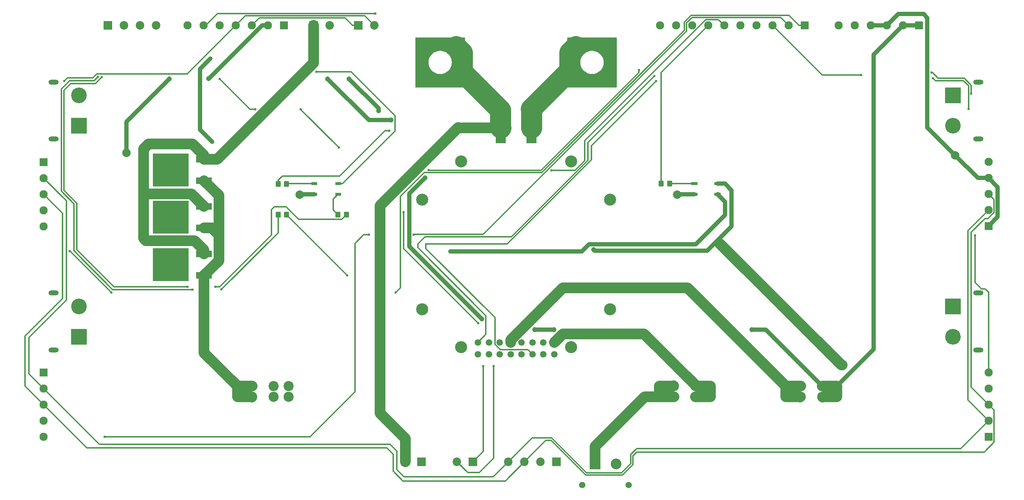
<source format=gtl>
G04 #@! TF.GenerationSoftware,KiCad,Pcbnew,8.0.4*
G04 #@! TF.CreationDate,2025-02-19T19:20:14+01:00*
G04 #@! TF.ProjectId,Quiver_PDB_01,51756976-6572-45f5-9044-425f30312e6b,rev?*
G04 #@! TF.SameCoordinates,Original*
G04 #@! TF.FileFunction,Copper,L1,Top*
G04 #@! TF.FilePolarity,Positive*
%FSLAX46Y46*%
G04 Gerber Fmt 4.6, Leading zero omitted, Abs format (unit mm)*
G04 Created by KiCad (PCBNEW 8.0.4) date 2025-02-19 19:20:14*
%MOMM*%
%LPD*%
G01*
G04 APERTURE LIST*
G04 Aperture macros list*
%AMRoundRect*
0 Rectangle with rounded corners*
0 $1 Rounding radius*
0 $2 $3 $4 $5 $6 $7 $8 $9 X,Y pos of 4 corners*
0 Add a 4 corners polygon primitive as box body*
4,1,4,$2,$3,$4,$5,$6,$7,$8,$9,$2,$3,0*
0 Add four circle primitives for the rounded corners*
1,1,$1+$1,$2,$3*
1,1,$1+$1,$4,$5*
1,1,$1+$1,$6,$7*
1,1,$1+$1,$8,$9*
0 Add four rect primitives between the rounded corners*
20,1,$1+$1,$2,$3,$4,$5,0*
20,1,$1+$1,$4,$5,$6,$7,0*
20,1,$1+$1,$6,$7,$8,$9,0*
20,1,$1+$1,$8,$9,$2,$3,0*%
G04 Aperture macros list end*
G04 #@! TA.AperFunction,SMDPad,CuDef*
%ADD10RoundRect,0.250000X0.350000X0.450000X-0.350000X0.450000X-0.350000X-0.450000X0.350000X-0.450000X0*%
G04 #@! TD*
G04 #@! TA.AperFunction,ComponentPad*
%ADD11C,2.400000*%
G04 #@! TD*
G04 #@! TA.AperFunction,ComponentPad*
%ADD12C,2.850000*%
G04 #@! TD*
G04 #@! TA.AperFunction,ComponentPad*
%ADD13R,2.400000X2.400000*%
G04 #@! TD*
G04 #@! TA.AperFunction,ComponentPad*
%ADD14C,1.550000*%
G04 #@! TD*
G04 #@! TA.AperFunction,SMDPad,CuDef*
%ADD15RoundRect,0.250000X-0.350000X-0.450000X0.350000X-0.450000X0.350000X0.450000X-0.350000X0.450000X0*%
G04 #@! TD*
G04 #@! TA.AperFunction,ComponentPad*
%ADD16R,1.950000X1.950000*%
G04 #@! TD*
G04 #@! TA.AperFunction,ComponentPad*
%ADD17C,1.950000*%
G04 #@! TD*
G04 #@! TA.AperFunction,ComponentPad*
%ADD18R,2.025000X2.025000*%
G04 #@! TD*
G04 #@! TA.AperFunction,ComponentPad*
%ADD19C,2.025000*%
G04 #@! TD*
G04 #@! TA.AperFunction,ComponentPad*
%ADD20C,2.300000*%
G04 #@! TD*
G04 #@! TA.AperFunction,SMDPad,CuDef*
%ADD21R,3.810000X1.620000*%
G04 #@! TD*
G04 #@! TA.AperFunction,SMDPad,CuDef*
%ADD22R,8.510000X7.870000*%
G04 #@! TD*
G04 #@! TA.AperFunction,ComponentPad*
%ADD23C,2.550000*%
G04 #@! TD*
G04 #@! TA.AperFunction,ComponentPad*
%ADD24R,2.550000X2.550000*%
G04 #@! TD*
G04 #@! TA.AperFunction,ComponentPad*
%ADD25C,1.508000*%
G04 #@! TD*
G04 #@! TA.AperFunction,SMDPad,CuDef*
%ADD26R,1.350000X0.650000*%
G04 #@! TD*
G04 #@! TA.AperFunction,SMDPad,CuDef*
%ADD27R,1.500000X0.650000*%
G04 #@! TD*
G04 #@! TA.AperFunction,ComponentPad*
%ADD28R,3.716000X3.716000*%
G04 #@! TD*
G04 #@! TA.AperFunction,ComponentPad*
%ADD29C,3.716000*%
G04 #@! TD*
G04 #@! TA.AperFunction,ComponentPad*
%ADD30O,2.400000X1.200000*%
G04 #@! TD*
G04 #@! TA.AperFunction,ViaPad*
%ADD31C,0.600000*%
G04 #@! TD*
G04 #@! TA.AperFunction,ViaPad*
%ADD32C,1.200000*%
G04 #@! TD*
G04 #@! TA.AperFunction,ViaPad*
%ADD33C,2.000000*%
G04 #@! TD*
G04 #@! TA.AperFunction,Conductor*
%ADD34C,1.000000*%
G04 #@! TD*
G04 #@! TA.AperFunction,Conductor*
%ADD35C,0.300000*%
G04 #@! TD*
G04 #@! TA.AperFunction,Conductor*
%ADD36C,2.500000*%
G04 #@! TD*
G04 #@! TA.AperFunction,Conductor*
%ADD37C,5.000000*%
G04 #@! TD*
G04 APERTURE END LIST*
D10*
X95600000Y-75800000D03*
X93600000Y-75800000D03*
D11*
X183960000Y-123750000D03*
X183960000Y-126250000D03*
X187460000Y-123750000D03*
X187460000Y-126250000D03*
X192540000Y-123750000D03*
X192540000Y-126250000D03*
X196040000Y-123750000D03*
X196040000Y-126250000D03*
D12*
X137012882Y-70500000D03*
X127762882Y-79500000D03*
X127762882Y-105500000D03*
X137012882Y-114500000D03*
X172262882Y-79500000D03*
X163012882Y-70500000D03*
X163012882Y-114500000D03*
X172262882Y-105500000D03*
D13*
X153612882Y-65000000D03*
X153612882Y-62500000D03*
X146412882Y-65000000D03*
X146412882Y-62500000D03*
D14*
X140962882Y-113350000D03*
X140962882Y-116200000D03*
X143546215Y-113350000D03*
X143546215Y-116200000D03*
X146129549Y-113350000D03*
X146129549Y-116200000D03*
X148712882Y-113350000D03*
X148712882Y-116200000D03*
X151312882Y-113350000D03*
X151312882Y-116200000D03*
X153896215Y-113350000D03*
X153896215Y-116200000D03*
X156479549Y-113350000D03*
X156479549Y-116200000D03*
X159062882Y-113350000D03*
X159062882Y-116200000D03*
D11*
X226040000Y-126250000D03*
X226040000Y-123750000D03*
X222540000Y-126250000D03*
X222540000Y-123750000D03*
X217460000Y-126250000D03*
X217460000Y-123750000D03*
X213960000Y-126250000D03*
X213960000Y-123750000D03*
D10*
X109800000Y-83100000D03*
X107800000Y-83100000D03*
D15*
X184400000Y-75700000D03*
X186400000Y-75700000D03*
D16*
X262000000Y-85800000D03*
D17*
X262000000Y-81990000D03*
X262000000Y-78180000D03*
X262000000Y-74370000D03*
X262000000Y-70560000D03*
D16*
X245550000Y-38200000D03*
D17*
X241740000Y-38200000D03*
X237930000Y-38200000D03*
X234120000Y-38200000D03*
X230310000Y-38200000D03*
X226500000Y-38200000D03*
D18*
X112600000Y-38200000D03*
D19*
X116410000Y-38200000D03*
D16*
X262000000Y-135700000D03*
D17*
X262000000Y-131890000D03*
X262000000Y-128080000D03*
X262000000Y-124270000D03*
X262000000Y-120460000D03*
D15*
X93600000Y-83100000D03*
X95600000Y-83100000D03*
D20*
X128190000Y-50810000D03*
X130730000Y-50810000D03*
X133270000Y-50810000D03*
X135810000Y-50810000D03*
X135810000Y-48270000D03*
X135810000Y-45730000D03*
X135810000Y-43190000D03*
X133270000Y-43190000D03*
X130730000Y-43190000D03*
X128190000Y-43190000D03*
X128190000Y-45730000D03*
X128190000Y-48270000D03*
X164190000Y-50810000D03*
X166730000Y-50810000D03*
X169270000Y-50810000D03*
X171810000Y-50810000D03*
X171810000Y-48270000D03*
X171810000Y-45730000D03*
X171810000Y-43190000D03*
X169270000Y-43190000D03*
X166730000Y-43190000D03*
X164190000Y-43190000D03*
X164190000Y-45730000D03*
X164190000Y-48270000D03*
D18*
X53200000Y-38200000D03*
D19*
X57010000Y-38200000D03*
X60820000Y-38200000D03*
X64630000Y-38200000D03*
D21*
X76045000Y-97470000D03*
X76045000Y-92390000D03*
D22*
X68105000Y-94930000D03*
D23*
X173700000Y-142150000D03*
D24*
X168700000Y-142150000D03*
D25*
X165700000Y-147150000D03*
X176700000Y-147150000D03*
D11*
X96040000Y-126250000D03*
X96040000Y-123750000D03*
X92540000Y-126250000D03*
X92540000Y-123750000D03*
X87460000Y-126250000D03*
X87460000Y-123750000D03*
X83960000Y-126250000D03*
X83960000Y-123750000D03*
D18*
X139800000Y-141650000D03*
D19*
X135990000Y-141650000D03*
D21*
X76045000Y-86240000D03*
X76045000Y-81160000D03*
D22*
X68105000Y-83700000D03*
D16*
X38000000Y-120500000D03*
D17*
X38000000Y-124310000D03*
X38000000Y-128120000D03*
X38000000Y-131930000D03*
X38000000Y-135740000D03*
D18*
X159600000Y-141650000D03*
D19*
X155790000Y-141650000D03*
X151980000Y-141650000D03*
X148170000Y-141650000D03*
D16*
X95000000Y-38200000D03*
D17*
X91190000Y-38200000D03*
X87380000Y-38200000D03*
X83570000Y-38200000D03*
X79760000Y-38200000D03*
X75950000Y-38200000D03*
X72140000Y-38200000D03*
D18*
X102000000Y-38200000D03*
D19*
X105810000Y-38200000D03*
D16*
X218400000Y-38200000D03*
D17*
X214590000Y-38200000D03*
X210780000Y-38200000D03*
X206970000Y-38200000D03*
X203160000Y-38200000D03*
X199350000Y-38200000D03*
X195540000Y-38200000D03*
X191730000Y-38200000D03*
X187920000Y-38200000D03*
X184110000Y-38200000D03*
D26*
X102175000Y-75730000D03*
X102175000Y-78270000D03*
X107825000Y-78270000D03*
X107825000Y-75730000D03*
D27*
X192250000Y-75730000D03*
X192250000Y-78270000D03*
X197750000Y-78270000D03*
X197750000Y-75730000D03*
D18*
X127600000Y-141650000D03*
D19*
X123790000Y-141650000D03*
D21*
X76045000Y-75010000D03*
X76045000Y-69930000D03*
D22*
X68105000Y-72470000D03*
D16*
X38000000Y-70600000D03*
D17*
X38000000Y-74410000D03*
X38000000Y-78220000D03*
X38000000Y-82030000D03*
X38000000Y-85840000D03*
D28*
X46400000Y-62000000D03*
D29*
X46400000Y-54800000D03*
D30*
X40400000Y-65150000D03*
X40400000Y-51650000D03*
D28*
X253600000Y-54800000D03*
D29*
X253600000Y-62000000D03*
D30*
X259600000Y-51650000D03*
X259600000Y-65150000D03*
D28*
X253600000Y-104800000D03*
D29*
X253600000Y-112000000D03*
D30*
X259600000Y-101650000D03*
X259600000Y-115150000D03*
D28*
X46400000Y-112000000D03*
D29*
X46400000Y-104800000D03*
D30*
X40400000Y-115150000D03*
X40400000Y-101650000D03*
D31*
X134400000Y-91800000D03*
X77500000Y-46100000D03*
X78000000Y-65800000D03*
D32*
X77100000Y-50800000D03*
D33*
X98700000Y-78300000D03*
X254100000Y-69000000D03*
D32*
X67800000Y-50900000D03*
D33*
X57600000Y-68400000D03*
X188200000Y-78300000D03*
D31*
X110000000Y-97500000D03*
X142200000Y-119000000D03*
D32*
X154400000Y-110300000D03*
X117382400Y-58474700D03*
X141900000Y-107800000D03*
X128402504Y-74341000D03*
X159000000Y-110300000D03*
X205854900Y-110369800D03*
X110418600Y-50885700D03*
X227300000Y-118750000D03*
X120347800Y-60680100D03*
X105299900Y-50885700D03*
X168391200Y-91393300D03*
D31*
X79699100Y-50913400D03*
X108000000Y-67200000D03*
X144700000Y-119000000D03*
X123300000Y-82500000D03*
X141000000Y-108800000D03*
X88211500Y-58120600D03*
X99000000Y-58120600D03*
X183200000Y-51400000D03*
X257900400Y-54388400D03*
X248500000Y-49400000D03*
X54100000Y-101500000D03*
X121500000Y-101500000D03*
X44200000Y-91700000D03*
X42897800Y-51400100D03*
X257250400Y-58000000D03*
X248840380Y-50700000D03*
X115100000Y-87800000D03*
X52500000Y-135700000D03*
X125700000Y-87800000D03*
X231800000Y-50000000D03*
X258800000Y-88000000D03*
X102644700Y-49223200D03*
X51800000Y-50500000D03*
X72100000Y-100200000D03*
X78700000Y-100200000D03*
X73300000Y-100850000D03*
X50900000Y-50400000D03*
X80200000Y-100800000D03*
X179169600Y-48797300D03*
X119921000Y-63148000D03*
X129227900Y-72454900D03*
X182800000Y-50200000D03*
X158391400Y-72575200D03*
X116657400Y-35432200D03*
D34*
X199500000Y-80020000D02*
X197750000Y-78270000D01*
X197750000Y-78270000D02*
X197970000Y-78270000D01*
X192606700Y-90093300D02*
X199500000Y-83200000D01*
X165600000Y-91800000D02*
X167306700Y-90093300D01*
X199500000Y-83200000D02*
X199500000Y-80020000D01*
X167306700Y-90093300D02*
X192606700Y-90093300D01*
X134400000Y-91800000D02*
X165600000Y-91800000D01*
X75100000Y-48500000D02*
X77500000Y-46100000D01*
X75100000Y-62900000D02*
X75100000Y-48500000D01*
X78000000Y-65800000D02*
X75100000Y-62900000D01*
D35*
X186430000Y-75730000D02*
X186400000Y-75700000D01*
X192250000Y-75730000D02*
X186430000Y-75730000D01*
D34*
X246600000Y-35500000D02*
X247500000Y-36400000D01*
X77211142Y-50800000D02*
X77100000Y-50800000D01*
X98730000Y-78270000D02*
X98700000Y-78300000D01*
X237930000Y-38200000D02*
X240630000Y-35500000D01*
X188230000Y-78270000D02*
X188200000Y-78300000D01*
X234120000Y-38200000D02*
X237930000Y-38200000D01*
X264175000Y-76545000D02*
X264175000Y-83625000D01*
X259470000Y-74370000D02*
X262000000Y-74370000D01*
X57600000Y-61100000D02*
X57600000Y-68400000D01*
X247500000Y-36400000D02*
X247500000Y-62400000D01*
X240630000Y-35500000D02*
X246600000Y-35500000D01*
X67800000Y-50900000D02*
X57600000Y-61100000D01*
X102175000Y-78270000D02*
X98730000Y-78270000D01*
X262000000Y-74370000D02*
X264175000Y-76545000D01*
X247500000Y-62400000D02*
X254100000Y-69000000D01*
X254100000Y-69000000D02*
X259470000Y-74370000D01*
X91190000Y-38200000D02*
X89811142Y-38200000D01*
X89811142Y-38200000D02*
X77211142Y-50800000D01*
X192250000Y-78270000D02*
X188230000Y-78270000D01*
X264175000Y-83625000D02*
X262000000Y-85800000D01*
D35*
X142200000Y-119000000D02*
X142200000Y-139250000D01*
X95600000Y-83100000D02*
X110000000Y-97500000D01*
X142200000Y-139250000D02*
X139800000Y-141650000D01*
D36*
X226040000Y-126250000D02*
X224415000Y-126250000D01*
D34*
X110418600Y-50885700D02*
X117382300Y-57849400D01*
X117382300Y-57849400D02*
X117382300Y-58474700D01*
X234800000Y-45140000D02*
X234800000Y-114990000D01*
D36*
X226040000Y-123750000D02*
X222540000Y-123750000D01*
D34*
X241740000Y-38200000D02*
X234800000Y-45140000D01*
X124700000Y-90600000D02*
X124700000Y-78043504D01*
D36*
X226040000Y-123750000D02*
X226040000Y-126250000D01*
D34*
X141900000Y-107800000D02*
X124700000Y-90600000D01*
X117382300Y-58474700D02*
X117382400Y-58474700D01*
D36*
X222790000Y-126250000D02*
X222665000Y-126375000D01*
D34*
X241740000Y-38200000D02*
X245550000Y-38200000D01*
X154400000Y-110300000D02*
X159000000Y-110300000D01*
D36*
X224415000Y-126250000D02*
X222790000Y-126250000D01*
D34*
X124700000Y-78043504D02*
X128402504Y-74341000D01*
X234800000Y-114990000D02*
X226040000Y-123750000D01*
X222540000Y-123750000D02*
X209159800Y-110369800D01*
X209159800Y-110369800D02*
X205854900Y-110369800D01*
X224415000Y-126250000D02*
X222540000Y-126250000D01*
X168391200Y-91393300D02*
X168657900Y-91660000D01*
X168657900Y-91660000D02*
X195340000Y-91660000D01*
X199530000Y-75730000D02*
X197750000Y-75730000D01*
D36*
X183960000Y-123750000D02*
X185585000Y-123750000D01*
D34*
X115094300Y-60680100D02*
X105299900Y-50885700D01*
D36*
X183960000Y-126250000D02*
X180450000Y-126250000D01*
D34*
X185585000Y-123750000D02*
X187460000Y-123750000D01*
D36*
X168700000Y-138000000D02*
X168700000Y-142150000D01*
D34*
X201100000Y-77300000D02*
X199530000Y-75730000D01*
X195340000Y-91660000D02*
X201100000Y-85900000D01*
D36*
X227150000Y-118750000D02*
X198300000Y-89900000D01*
X185585000Y-123750000D02*
X187210000Y-123750000D01*
X183960000Y-126250000D02*
X187460000Y-126250000D01*
D34*
X120347800Y-60680100D02*
X115094300Y-60680100D01*
D36*
X183960000Y-123750000D02*
X183960000Y-126250000D01*
D34*
X201100000Y-85900000D02*
X201100000Y-77300000D01*
D36*
X187210000Y-123750000D02*
X187335000Y-123625000D01*
X180450000Y-126250000D02*
X168700000Y-138000000D01*
X227300000Y-118750000D02*
X227150000Y-118750000D01*
D37*
X162750000Y-48850000D02*
X153600000Y-58000000D01*
X164190000Y-43190000D02*
X162750000Y-44630000D01*
X153600000Y-58000000D02*
X153613000Y-58012900D01*
X153613000Y-58012900D02*
X153613000Y-62500000D01*
X162750000Y-44630000D02*
X162750000Y-48850000D01*
D35*
X138540000Y-144200000D02*
X135990000Y-141650000D01*
X144700000Y-119000000D02*
X144700000Y-140800000D01*
X108000000Y-67200000D02*
X99000000Y-58200000D01*
X123300000Y-91100000D02*
X123300000Y-82500000D01*
X141300000Y-144200000D02*
X138540000Y-144200000D01*
X88211500Y-58120600D02*
X86906300Y-58120600D01*
X141000000Y-108800000D02*
X123300000Y-91100000D01*
X144700000Y-140800000D02*
X141300000Y-144200000D01*
X86906300Y-58120600D02*
X79699100Y-50913400D01*
X99000000Y-58200000D02*
X99000000Y-58120600D01*
D36*
X123790000Y-141650000D02*
X123790000Y-136190000D01*
X136300000Y-62400000D02*
X136400000Y-62500000D01*
D37*
X146300000Y-58300000D02*
X146300000Y-62387100D01*
X135810000Y-43190000D02*
X137250000Y-44630000D01*
D36*
X123790000Y-136190000D02*
X117750000Y-130150000D01*
X117750000Y-80950000D02*
X136300000Y-62400000D01*
X136400000Y-62500000D02*
X146412900Y-62500000D01*
X146412900Y-62500000D02*
X146413000Y-62500000D01*
D37*
X137250000Y-49250000D02*
X146300000Y-58300000D01*
X137250000Y-44630000D02*
X137250000Y-49250000D01*
X146300000Y-62387100D02*
X146413000Y-62500000D01*
D36*
X117750000Y-130150000D02*
X117750000Y-80950000D01*
D35*
X147933714Y-90000000D02*
X167900000Y-70033714D01*
X128600000Y-90000000D02*
X147933714Y-90000000D01*
X152771000Y-115074800D02*
X153896200Y-116200000D01*
X128600000Y-91100000D02*
X128600000Y-90000000D01*
X146254600Y-115074800D02*
X152771000Y-115074800D01*
X145004300Y-107504300D02*
X128600000Y-91100000D01*
X167900000Y-66700000D02*
X183200000Y-51400000D01*
X145004300Y-111675300D02*
X145004300Y-107504300D01*
X167900000Y-70033714D02*
X167900000Y-66700000D01*
X145004300Y-113824500D02*
X146254600Y-115074800D01*
X145004300Y-111675300D02*
X145004300Y-113824500D01*
X178616015Y-139348985D02*
X177704000Y-140261000D01*
X87380000Y-38200000D02*
X89134300Y-36445700D01*
X157030000Y-136600000D02*
X151980000Y-141650000D01*
X109483100Y-36445700D02*
X111237400Y-38200000D01*
X48280000Y-138400000D02*
X119400000Y-138400000D01*
X263325000Y-129405000D02*
X263325000Y-137000000D01*
X120900000Y-143900000D02*
X123200000Y-146200000D01*
X120900000Y-139900000D02*
X120900000Y-143900000D01*
X262000000Y-128080000D02*
X263325000Y-129405000D01*
X248700000Y-49400000D02*
X248500000Y-49400000D01*
X38000000Y-78220000D02*
X42500000Y-82720000D01*
X261150000Y-84000000D02*
X257900000Y-87250000D01*
X177704000Y-142304000D02*
X175207000Y-144800000D01*
X89134300Y-36445700D02*
X109483100Y-36445700D01*
X112600000Y-38200000D02*
X111237400Y-38200000D01*
X250275981Y-50744000D02*
X250044000Y-50744000D01*
X123200000Y-146200000D02*
X147430000Y-146200000D01*
X263325000Y-137000000D02*
X260976015Y-139348985D01*
X38000000Y-128120000D02*
X48280000Y-138400000D01*
X260976015Y-139348985D02*
X178616015Y-139348985D01*
X257900400Y-52400400D02*
X257900400Y-54388400D01*
X42500000Y-103000000D02*
X33600000Y-111900000D01*
X166493000Y-144800000D02*
X158293000Y-136600000D01*
X42500000Y-82720000D02*
X42500000Y-103000000D01*
X158293000Y-136600000D02*
X157030000Y-136600000D01*
X250275981Y-50744000D02*
X256244000Y-50744000D01*
X177704000Y-140261000D02*
X177704000Y-142304000D01*
X262000000Y-78180000D02*
X263325000Y-79505000D01*
X33600000Y-111900000D02*
X33600000Y-123720000D01*
X250044000Y-50744000D02*
X248700000Y-49400000D01*
X263325000Y-82538800D02*
X261864000Y-84000000D01*
X33600000Y-123720000D02*
X38000000Y-128120000D01*
X119400000Y-138400000D02*
X120900000Y-139900000D01*
X147430000Y-146200000D02*
X151980000Y-141650000D01*
X175207000Y-144800000D02*
X166493000Y-144800000D01*
X257900000Y-87250000D02*
X257900000Y-123980000D01*
X256244000Y-50744000D02*
X257900400Y-52400400D01*
X263325000Y-79505000D02*
X263325000Y-82538800D01*
X261864000Y-84000000D02*
X261150000Y-84000000D01*
X257900000Y-123980000D02*
X262000000Y-128080000D01*
X189904800Y-37444100D02*
X189904800Y-39349100D01*
X217074900Y-38200000D02*
X214699000Y-35824100D01*
X191524800Y-35824100D02*
X189904800Y-37444100D01*
X122600000Y-78800000D02*
X122600000Y-99000000D01*
X54100000Y-101500000D02*
X44300000Y-91700000D01*
X156145300Y-73108600D02*
X128942100Y-73108600D01*
X218400000Y-38200000D02*
X217074900Y-38200000D01*
X122600000Y-100400000D02*
X121500000Y-101500000D01*
X128291400Y-73108600D02*
X122600000Y-78800000D01*
X44300000Y-91700000D02*
X44200000Y-91700000D01*
X214699000Y-35824100D02*
X191524800Y-35824100D01*
X122600000Y-99000000D02*
X122600000Y-100400000D01*
X128942100Y-73108600D02*
X128291400Y-73108600D01*
X189904800Y-39349100D02*
X156145300Y-73108600D01*
X120100000Y-137500000D02*
X121700000Y-139100000D01*
X257250400Y-58000000D02*
X257250400Y-52550400D01*
X85824400Y-35945600D02*
X114155600Y-35945600D01*
X121700000Y-143500000D02*
X123400000Y-145200000D01*
X262000000Y-81990000D02*
X257100000Y-86890000D01*
X255390000Y-138500000D02*
X178600000Y-138500000D01*
X51190000Y-137500000D02*
X120100000Y-137500000D01*
X43400000Y-79810000D02*
X43400000Y-103300000D01*
X262000000Y-131890000D02*
X255390000Y-138500000D01*
X153820000Y-136000000D02*
X158400000Y-136000000D01*
X49687119Y-50650000D02*
X50637119Y-49700000D01*
X38000000Y-124310000D02*
X51190000Y-137500000D01*
X144620000Y-145200000D02*
X148170000Y-141650000D01*
X50637119Y-49700000D02*
X72070000Y-49700000D01*
X114155600Y-35945600D02*
X116410000Y-38200000D01*
X249440380Y-51300000D02*
X248840380Y-50700000D01*
X257100000Y-126990000D02*
X262000000Y-131890000D01*
X38000000Y-74410000D02*
X43400000Y-79810000D01*
X43400000Y-103300000D02*
X34500000Y-112200000D01*
X83570000Y-38200000D02*
X85824400Y-35945600D01*
X34500000Y-112200000D02*
X34500000Y-120810000D01*
X158400000Y-136000000D02*
X166700000Y-144300000D01*
X257250400Y-52550400D02*
X256000000Y-51300000D01*
X123400000Y-145200000D02*
X144620000Y-145200000D01*
X177200000Y-142100000D02*
X177200000Y-139900000D01*
X175000000Y-144300000D02*
X177200000Y-142100000D01*
X34500000Y-120810000D02*
X38000000Y-124310000D01*
X256000000Y-51300000D02*
X249440380Y-51300000D01*
X178600000Y-138500000D02*
X177200000Y-139900000D01*
X72070000Y-49700000D02*
X83570000Y-38200000D01*
X257100000Y-86890000D02*
X257100000Y-126990000D01*
X43647900Y-50650000D02*
X49687119Y-50650000D01*
X148170000Y-141650000D02*
X153820000Y-136000000D01*
X121700000Y-139100000D02*
X121700000Y-143500000D01*
X166700000Y-144300000D02*
X175000000Y-144300000D01*
X42897800Y-51400100D02*
X43647900Y-50650000D01*
X101200000Y-135700000D02*
X52500000Y-135700000D01*
X111800000Y-89900000D02*
X111800000Y-125100000D01*
X214590000Y-38200000D02*
X212714200Y-36324200D01*
X190404900Y-39586200D02*
X142223600Y-87767500D01*
X115100000Y-87800000D02*
X113900000Y-87800000D01*
X190404900Y-37651200D02*
X190404900Y-39586200D01*
X113900000Y-87800000D02*
X111800000Y-89900000D01*
X111800000Y-125100000D02*
X101200000Y-135700000D01*
X125732500Y-87767500D02*
X125700000Y-87800000D01*
X191731900Y-36324200D02*
X190404900Y-37651200D01*
X212714200Y-36324200D02*
X191731900Y-36324200D01*
X142223600Y-87767500D02*
X125732500Y-87767500D01*
X231800000Y-50000000D02*
X222580000Y-50000000D01*
X222580000Y-50000000D02*
X210780000Y-38200000D01*
X262000000Y-120460000D02*
X262000000Y-101461531D01*
X258800000Y-99137119D02*
X258800000Y-88000000D01*
X260322941Y-100660060D02*
X258800000Y-99137119D01*
X262000000Y-101461531D02*
X261198529Y-100660060D01*
X261198529Y-100660060D02*
X260322941Y-100660060D01*
X110904900Y-49223200D02*
X102644700Y-49223200D01*
X108850100Y-75730000D02*
X121325400Y-63254700D01*
X107825000Y-75730000D02*
X108850100Y-75730000D01*
X121325400Y-63254700D02*
X121325400Y-59643700D01*
X121325400Y-59643700D02*
X110904900Y-49223200D01*
D36*
X79550000Y-78515000D02*
X79550000Y-87900000D01*
X76045000Y-86240000D02*
X77890000Y-86240000D01*
X76045000Y-75010000D02*
X79550000Y-78515000D01*
X83960000Y-126250000D02*
X87209800Y-126250000D01*
X79550000Y-87900000D02*
X79550000Y-93965000D01*
X76045000Y-97470000D02*
X76045000Y-115835000D01*
X83960000Y-123750000D02*
X83960000Y-126250000D01*
X87209800Y-126250000D02*
X87334900Y-126375000D01*
X83960000Y-123750000D02*
X87460000Y-123750000D01*
X79550000Y-93965000D02*
X76045000Y-97470000D01*
X76045000Y-115835000D02*
X83960000Y-123750000D01*
X77890000Y-86240000D02*
X79550000Y-87900000D01*
D35*
X42800000Y-77300000D02*
X45900000Y-80400000D01*
X50300000Y-52000000D02*
X44400000Y-52000000D01*
X92000000Y-81900000D02*
X92697300Y-81202700D01*
X108712500Y-84187500D02*
X98467700Y-84187500D01*
X79700000Y-100200000D02*
X92000000Y-87900000D01*
X109800000Y-83100000D02*
X108712500Y-84187500D01*
X92000000Y-87900000D02*
X92000000Y-81900000D01*
X44400000Y-52000000D02*
X42800000Y-53600000D01*
X98467700Y-84187500D02*
X95482900Y-81202700D01*
X54700000Y-100200000D02*
X72100000Y-100200000D01*
X78700000Y-100200000D02*
X79700000Y-100200000D01*
X92697300Y-81202700D02*
X95482900Y-81202700D01*
X42800000Y-53600000D02*
X42800000Y-77300000D01*
X45900000Y-80400000D02*
X45900000Y-91400000D01*
X45900000Y-91400000D02*
X54700000Y-100200000D01*
X51800000Y-50500000D02*
X50300000Y-52000000D01*
X45500000Y-92000000D02*
X45519239Y-92000000D01*
X44200000Y-51300000D02*
X42200000Y-53300000D01*
X45200000Y-80500000D02*
X45200000Y-91600000D01*
X93600000Y-87400000D02*
X93600000Y-83100000D01*
X45200000Y-91600000D02*
X45500000Y-91900000D01*
X45500000Y-91900000D02*
X45500000Y-92000000D01*
X42200000Y-53300000D02*
X42200000Y-77500000D01*
X45519239Y-92000000D02*
X54369239Y-100850000D01*
X80200000Y-100800000D02*
X93600000Y-87400000D01*
X54369239Y-100850000D02*
X73300000Y-100850000D01*
X50900000Y-50400000D02*
X50000000Y-51300000D01*
X50000000Y-51300000D02*
X44200000Y-51300000D01*
X42200000Y-77500000D02*
X45200000Y-80500000D01*
X93600000Y-75800000D02*
X93600000Y-74900000D01*
X179169600Y-49377100D02*
X155938200Y-72608500D01*
X155938200Y-72608500D02*
X129381500Y-72608500D01*
X93600000Y-74900000D02*
X94600000Y-73900000D01*
X179169600Y-48797300D02*
X179169600Y-49377100D01*
X118952000Y-63148000D02*
X119921000Y-63148000D01*
X129381500Y-72608500D02*
X129227900Y-72454900D01*
X94600000Y-73900000D02*
X108200000Y-73900000D01*
X108200000Y-73900000D02*
X118952000Y-63148000D01*
D36*
X76045000Y-91480000D02*
X76045000Y-92390000D01*
X61700000Y-77500000D02*
X61700000Y-88685000D01*
X73325000Y-66300000D02*
X62885000Y-66300000D01*
X61700000Y-77500000D02*
X62365000Y-78165000D01*
X62885000Y-66300000D02*
X61700000Y-67485000D01*
X61700000Y-67485000D02*
X61700000Y-77500000D01*
X73050000Y-78165000D02*
X76045000Y-81160000D01*
X102000000Y-47100000D02*
X102000000Y-38200000D01*
X79170000Y-69930000D02*
X102000000Y-47100000D01*
X62250000Y-89235000D02*
X73800000Y-89235000D01*
X76045000Y-69930000D02*
X79170000Y-69930000D01*
X73800000Y-89235000D02*
X76045000Y-91480000D01*
X76045000Y-69930000D02*
X76045000Y-69020000D01*
X62365000Y-78165000D02*
X73050000Y-78165000D01*
X61700000Y-88685000D02*
X62250000Y-89235000D01*
X76045000Y-69020000D02*
X73325000Y-66300000D01*
D35*
X126700000Y-90900000D02*
X126700000Y-90000000D01*
X167000000Y-66000000D02*
X182800000Y-50200000D01*
X142850000Y-111462882D02*
X142850000Y-107050000D01*
X140962882Y-113350000D02*
X142850000Y-111462882D01*
X167000000Y-70226607D02*
X167000000Y-66000000D01*
X142850000Y-107050000D02*
X126700000Y-90900000D01*
X126700000Y-90000000D02*
X128400000Y-88300000D01*
X148926607Y-88300000D02*
X167000000Y-70226607D01*
X128400000Y-88300000D02*
X148926607Y-88300000D01*
D36*
X161116000Y-100400000D02*
X190610000Y-100400000D01*
X217210000Y-126250000D02*
X217335000Y-126375000D01*
D35*
X148713000Y-113076500D02*
X148712900Y-113076600D01*
D36*
X148713000Y-112803000D02*
X161116000Y-100400000D01*
X148713000Y-113350000D02*
X148713000Y-113076500D01*
D35*
X217460000Y-126250000D02*
X217335000Y-126375000D01*
D36*
X148713000Y-113076500D02*
X148713000Y-112803000D01*
X190610000Y-100400000D02*
X213960000Y-123750000D01*
X213960000Y-123750000D02*
X213960000Y-126250000D01*
X213960000Y-126250000D02*
X217210000Y-126250000D01*
D35*
X148712900Y-113076600D02*
X148712900Y-113350000D01*
D36*
X213960000Y-123750000D02*
X217460000Y-123750000D01*
X194415000Y-123750000D02*
X196040000Y-123750000D01*
X180365000Y-111325000D02*
X192790000Y-123750000D01*
D35*
X160075500Y-112337500D02*
X160075400Y-112337500D01*
D36*
X196040000Y-126250000D02*
X192540000Y-126250000D01*
X160075500Y-112337500D02*
X161088000Y-111325000D01*
X159063000Y-113350000D02*
X160075500Y-112337500D01*
D35*
X194415000Y-123750000D02*
X192540000Y-123750000D01*
D36*
X161088000Y-111325000D02*
X180365000Y-111325000D01*
D35*
X160075400Y-112337500D02*
X159062900Y-113350000D01*
D36*
X196040000Y-123750000D02*
X196040000Y-126250000D01*
X192790000Y-123750000D02*
X194415000Y-123750000D01*
D35*
X102175000Y-75730000D02*
X95670000Y-75730000D01*
X95670000Y-75730000D02*
X95600000Y-75800000D01*
X107825000Y-78270000D02*
X106700000Y-79395000D01*
X106700000Y-79395000D02*
X106700000Y-82000000D01*
X106700000Y-82000000D02*
X107800000Y-83100000D01*
X184400000Y-49340000D02*
X184400000Y-75700000D01*
X195540000Y-38200000D02*
X184400000Y-49340000D01*
X166228100Y-65576100D02*
X166228100Y-70291400D01*
X79207700Y-35432200D02*
X76439900Y-38200000D01*
X197974300Y-36824300D02*
X194979900Y-36824300D01*
X199350000Y-38200000D02*
X197974300Y-36824300D01*
X194979900Y-36824300D02*
X166228100Y-65576100D01*
X116657400Y-35432200D02*
X79207700Y-35432200D01*
X163944300Y-72575200D02*
X158391400Y-72575200D01*
X76439900Y-38200000D02*
X75950000Y-38200000D01*
X166228100Y-70291400D02*
X163944300Y-72575200D01*
G04 #@! TA.AperFunction,Conductor*
G36*
X137843039Y-41119685D02*
G01*
X137888794Y-41172489D01*
X137900000Y-41224000D01*
X137900000Y-52776000D01*
X137880315Y-52843039D01*
X137827511Y-52888794D01*
X137776000Y-52900000D01*
X126224000Y-52900000D01*
X126156961Y-52880315D01*
X126111206Y-52827511D01*
X126100000Y-52776000D01*
X126100000Y-46845528D01*
X129249500Y-46845528D01*
X129249500Y-47154471D01*
X129284086Y-47461437D01*
X129284089Y-47461455D01*
X129352831Y-47762635D01*
X129352835Y-47762647D01*
X129454862Y-48054222D01*
X129454868Y-48054236D01*
X129588903Y-48332562D01*
X129588905Y-48332565D01*
X129753265Y-48594143D01*
X129945880Y-48835674D01*
X130164326Y-49054120D01*
X130405857Y-49246735D01*
X130667435Y-49411095D01*
X130945771Y-49545135D01*
X130945777Y-49545137D01*
X131237352Y-49647164D01*
X131237364Y-49647168D01*
X131538548Y-49715911D01*
X131538554Y-49715911D01*
X131538562Y-49715913D01*
X131743206Y-49738970D01*
X131845529Y-49750499D01*
X131845532Y-49750500D01*
X131845535Y-49750500D01*
X132154468Y-49750500D01*
X132154469Y-49750499D01*
X132311356Y-49732822D01*
X132461437Y-49715913D01*
X132461442Y-49715912D01*
X132461452Y-49715911D01*
X132762636Y-49647168D01*
X133054229Y-49545135D01*
X133332565Y-49411095D01*
X133594143Y-49246735D01*
X133835674Y-49054120D01*
X134054120Y-48835674D01*
X134246735Y-48594143D01*
X134411095Y-48332565D01*
X134545135Y-48054229D01*
X134647168Y-47762636D01*
X134715911Y-47461452D01*
X134750500Y-47154465D01*
X134750500Y-46845535D01*
X134715911Y-46538548D01*
X134647168Y-46237364D01*
X134545135Y-45945771D01*
X134411095Y-45667435D01*
X134246735Y-45405857D01*
X134054120Y-45164326D01*
X133835674Y-44945880D01*
X133594143Y-44753265D01*
X133332565Y-44588905D01*
X133332562Y-44588903D01*
X133054236Y-44454868D01*
X133054222Y-44454862D01*
X132762647Y-44352835D01*
X132762635Y-44352831D01*
X132461455Y-44284089D01*
X132461437Y-44284086D01*
X132154471Y-44249500D01*
X132154465Y-44249500D01*
X131845535Y-44249500D01*
X131845528Y-44249500D01*
X131538562Y-44284086D01*
X131538544Y-44284089D01*
X131237364Y-44352831D01*
X131237352Y-44352835D01*
X130945777Y-44454862D01*
X130945763Y-44454868D01*
X130667437Y-44588903D01*
X130405858Y-44753264D01*
X130164326Y-44945879D01*
X129945879Y-45164326D01*
X129753264Y-45405858D01*
X129588903Y-45667437D01*
X129454868Y-45945763D01*
X129454862Y-45945777D01*
X129352835Y-46237352D01*
X129352831Y-46237364D01*
X129284089Y-46538544D01*
X129284086Y-46538562D01*
X129249500Y-46845528D01*
X126100000Y-46845528D01*
X126100000Y-41224000D01*
X126119685Y-41156961D01*
X126172489Y-41111206D01*
X126224000Y-41100000D01*
X137776000Y-41100000D01*
X137843039Y-41119685D01*
G37*
G04 #@! TD.AperFunction*
G04 #@! TA.AperFunction,Conductor*
G36*
X173843039Y-41119685D02*
G01*
X173888794Y-41172489D01*
X173900000Y-41224000D01*
X173900000Y-52776000D01*
X173880315Y-52843039D01*
X173827511Y-52888794D01*
X173776000Y-52900000D01*
X162224000Y-52900000D01*
X162156961Y-52880315D01*
X162111206Y-52827511D01*
X162100000Y-52776000D01*
X162100000Y-46845528D01*
X165249500Y-46845528D01*
X165249500Y-47154471D01*
X165284086Y-47461437D01*
X165284089Y-47461455D01*
X165352831Y-47762635D01*
X165352835Y-47762647D01*
X165454862Y-48054222D01*
X165454868Y-48054236D01*
X165588903Y-48332562D01*
X165588905Y-48332565D01*
X165753265Y-48594143D01*
X165945880Y-48835674D01*
X166164326Y-49054120D01*
X166405857Y-49246735D01*
X166667435Y-49411095D01*
X166945771Y-49545135D01*
X166945777Y-49545137D01*
X167237352Y-49647164D01*
X167237364Y-49647168D01*
X167538548Y-49715911D01*
X167538554Y-49715911D01*
X167538562Y-49715913D01*
X167743206Y-49738970D01*
X167845529Y-49750499D01*
X167845532Y-49750500D01*
X167845535Y-49750500D01*
X168154468Y-49750500D01*
X168154469Y-49750499D01*
X168311356Y-49732822D01*
X168461437Y-49715913D01*
X168461442Y-49715912D01*
X168461452Y-49715911D01*
X168762636Y-49647168D01*
X169054229Y-49545135D01*
X169332565Y-49411095D01*
X169594143Y-49246735D01*
X169835674Y-49054120D01*
X170054120Y-48835674D01*
X170246735Y-48594143D01*
X170411095Y-48332565D01*
X170545135Y-48054229D01*
X170647168Y-47762636D01*
X170715911Y-47461452D01*
X170750500Y-47154465D01*
X170750500Y-46845535D01*
X170715911Y-46538548D01*
X170647168Y-46237364D01*
X170545135Y-45945771D01*
X170411095Y-45667435D01*
X170246735Y-45405857D01*
X170054120Y-45164326D01*
X169835674Y-44945880D01*
X169594143Y-44753265D01*
X169332565Y-44588905D01*
X169332562Y-44588903D01*
X169054236Y-44454868D01*
X169054222Y-44454862D01*
X168762647Y-44352835D01*
X168762635Y-44352831D01*
X168461455Y-44284089D01*
X168461437Y-44284086D01*
X168154471Y-44249500D01*
X168154465Y-44249500D01*
X167845535Y-44249500D01*
X167845528Y-44249500D01*
X167538562Y-44284086D01*
X167538544Y-44284089D01*
X167237364Y-44352831D01*
X167237352Y-44352835D01*
X166945777Y-44454862D01*
X166945763Y-44454868D01*
X166667437Y-44588903D01*
X166405858Y-44753264D01*
X166164326Y-44945879D01*
X165945879Y-45164326D01*
X165753264Y-45405858D01*
X165588903Y-45667437D01*
X165454868Y-45945763D01*
X165454862Y-45945777D01*
X165352835Y-46237352D01*
X165352831Y-46237364D01*
X165284089Y-46538544D01*
X165284086Y-46538562D01*
X165249500Y-46845528D01*
X162100000Y-46845528D01*
X162100000Y-41224000D01*
X162119685Y-41156961D01*
X162172489Y-41111206D01*
X162224000Y-41100000D01*
X173776000Y-41100000D01*
X173843039Y-41119685D01*
G37*
G04 #@! TD.AperFunction*
M02*

</source>
